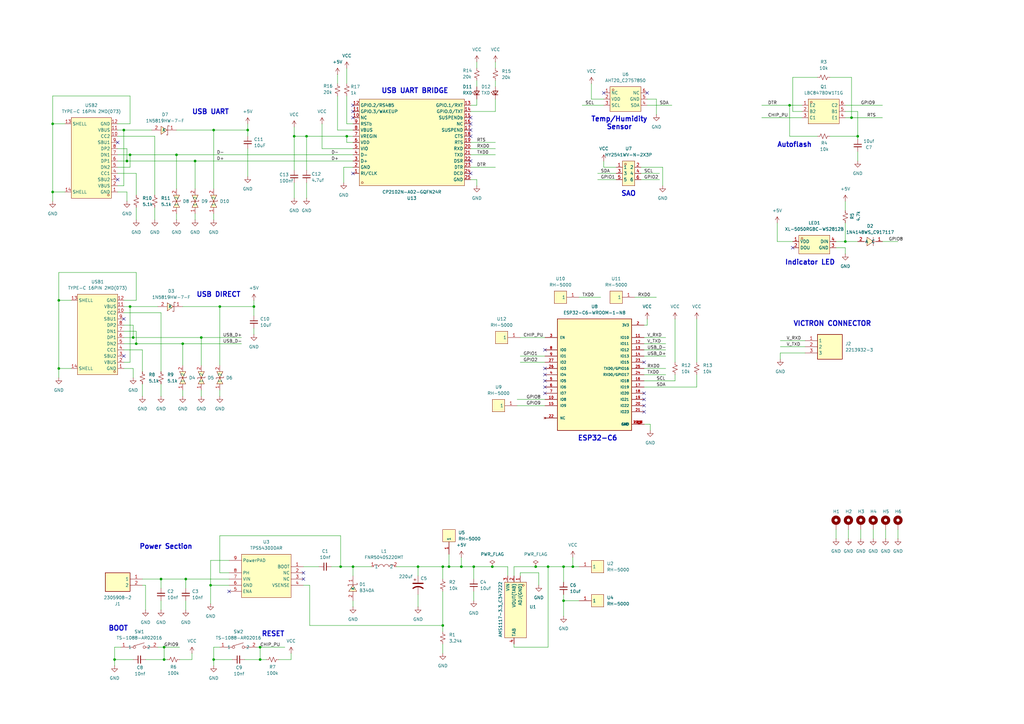
<source format=kicad_sch>
(kicad_sch (version 20231120) (generator "eeschema") (generator_version "8.0")
  (paper "A3")
  (title_block (title "Solar Data Logger") (rev "v1.1a") (company "Eric Dynowski") (comment 1 "brokebit"))
  (junction (at 90.17 125.73))
  (junction (at 87.63 53.34))
  (junction (at 224.79 232.41))
  (junction (at 201.93 232.41))
  (junction (at 349.25 48.26))
  (junction (at 66.04 237.49))
  (junction (at 53.34 63.5))
  (junction (at 46.99 270.51))
  (junction (at 171.45 232.41))
  (junction (at 55.88 140.97))
  (junction (at 54.61 138.43))
  (junction (at 21.59 50.8))
  (junction (at 184.15 232.41))
  (junction (at 323.85 43.18))
  (junction (at 351.79 55.88))
  (junction (at 24.13 123.19))
  (junction (at 80.01 66.04))
  (junction (at 120.65 55.88))
  (junction (at 24.13 151.13))
  (junction (at 231.14 232.41))
  (junction (at 52.07 66.04))
  (junction (at 231.14 246.38))
  (junction (at 142.24 55.88))
  (junction (at 72.39 63.5))
  (junction (at 21.59 78.74))
  (junction (at 50.8 53.34))
  (junction (at 87.63 270.51))
  (junction (at 346.71 99.06))
  (junction (at 106.68 270.51))
  (junction (at 101.6 53.34))
  (junction (at 67.31 270.51))
  (junction (at 86.36 240.03))
  (junction (at 125.73 55.88))
  (junction (at 234.95 232.41))
  (junction (at 82.55 138.43))
  (junction (at 139.7 232.41))
  (junction (at 104.14 125.73))
  (junction (at 53.34 125.73))
  (junction (at 189.23 232.41))
  (junction (at 106.68 265.43))
  (junction (at 76.2 237.49))
  (junction (at 194.31 232.41))
  (junction (at 181.61 256.54))
  (junction (at 181.61 232.41))
  (junction (at 67.31 265.43))
  (junction (at 74.93 140.97))
  (junction (at 219.71 232.41))
  (junction (at 144.78 232.41))
  (no_connect (at 50.8 146.05))
  (no_connect (at 223.52 156.21))
  (no_connect (at 144.78 43.18))
  (no_connect (at 193.04 53.34))
  (no_connect (at 144.78 71.12))
  (no_connect (at 93.98 242.57))
  (no_connect (at 264.16 166.37))
  (no_connect (at 223.52 151.13))
  (no_connect (at 48.26 58.42))
  (no_connect (at 264.16 168.91))
  (no_connect (at 223.52 143.51))
  (no_connect (at 247.65 38.1))
  (no_connect (at 48.26 73.66))
  (no_connect (at 193.04 71.12))
  (no_connect (at 223.52 158.75))
  (no_connect (at 223.52 153.67))
  (no_connect (at 264.16 163.83))
  (no_connect (at 124.46 234.95))
  (no_connect (at 223.52 161.29))
  (no_connect (at 144.78 48.26))
  (no_connect (at 50.8 130.81))
  (no_connect (at 144.78 45.72))
  (no_connect (at 193.04 66.04))
  (no_connect (at 265.43 38.1))
  (no_connect (at 193.04 50.8))
  (no_connect (at 124.46 237.49))
  (no_connect (at 193.04 48.26))
  (no_connect (at 193.04 55.88))
  (no_connect (at 264.16 161.29))
  (no_connect (at 264.16 148.59))
  (no_connect (at 325.12 101.6))
  (wire (pts (xy 90.17 125.73) (xy 90.17 149.86)))
  (wire (pts (xy 208.28 232.41) (xy 201.93 232.41)))
  (wire (pts (xy 193.04 60.96) (xy 203.2 60.96)))
  (wire (pts (xy 346.71 101.6) (xy 342.9 101.6)))
  (wire (pts (xy 55.88 135.89) (xy 55.88 140.97)))
  (wire (pts (xy 52.07 82.55) (xy 52.07 78.74)))
  (wire (pts (xy 144.78 50.8) (xy 142.24 50.8)))
  (wire (pts (xy 87.63 53.34) (xy 87.63 77.47)))
  (wire (pts (xy 193.04 63.5) (xy 203.2 63.5)))
  (wire (pts (xy 58.42 157.48) (xy 58.42 162.56)))
  (wire (pts (xy 55.88 111.76) (xy 24.13 111.76)))
  (wire (pts (xy 58.42 237.49) (xy 66.04 237.49)))
  (wire (pts (xy 340.36 31.75) (xy 349.25 31.75)))
  (wire (pts (xy 100.33 270.51) (xy 106.68 270.51)))
  (wire (pts (xy 90.17 234.95) (xy 90.17 219.71)))
  (wire (pts (xy 265.43 133.35) (xy 264.16 133.35)))
  (wire (pts (xy 351.79 62.23) (xy 351.79 66.04)))
  (wire (pts (xy 72.39 53.34) (xy 87.63 53.34)))
  (wire (pts (xy 50.8 123.19) (xy 55.88 123.19)))
  (wire (pts (xy 181.61 242.57) (xy 181.61 256.54)))
  (wire (pts (xy 90.17 265.43) (xy 87.63 265.43)))
  (wire (pts (xy 144.78 60.96) (xy 132.08 60.96)))
  (wire (pts (xy 320.04 144.78) (xy 320.04 147.32)))
  (wire (pts (xy 323.85 43.18) (xy 323.85 55.88)))
  (wire (pts (xy 82.55 149.86) (xy 82.55 138.43)))
  (wire (pts (xy 24.13 151.13) (xy 24.13 123.19)))
  (wire (pts (xy 262.89 71.12) (xy 270.51 71.12)))
  (wire (pts (xy 140.97 74.93) (xy 140.97 68.58)))
  (wire (pts (xy 66.04 237.49) (xy 66.04 241.3)))
  (wire (pts (xy 210.82 264.16) (xy 210.82 265.43)))
  (wire (pts (xy 101.6 50.8) (xy 101.6 53.34)))
  (wire (pts (xy 320.04 139.7) (xy 330.2 139.7)))
  (wire (pts (xy 328.93 43.18) (xy 323.85 43.18)))
  (wire (pts (xy 50.8 138.43) (xy 54.61 138.43)))
  (wire (pts (xy 125.73 55.88) (xy 125.73 69.85)))
  (wire (pts (xy 53.34 63.5) (xy 53.34 68.58)))
  (wire (pts (xy 342.9 99.06) (xy 346.71 99.06)))
  (wire (pts (xy 139.7 219.71) (xy 139.7 232.41)))
  (wire (pts (xy 53.34 50.8) (xy 53.34 39.37)))
  (wire (pts (xy 312.42 43.18) (xy 323.85 43.18)))
  (wire (pts (xy 48.26 68.58) (xy 53.34 68.58)))
  (wire (pts (xy 66.04 246.38) (xy 66.04 250.19)))
  (wire (pts (xy 342.9 217.17) (xy 342.9 220.98)))
  (wire (pts (xy 195.58 40.64) (xy 195.58 43.18)))
  (wire (pts (xy 208.28 236.22) (xy 208.28 232.41)))
  (wire (pts (xy 50.8 53.34) (xy 62.23 53.34)))
  (wire (pts (xy 48.26 60.96) (xy 52.07 60.96)))
  (wire (pts (xy 90.17 160.02) (xy 90.17 162.56)))
  (wire (pts (xy 264.16 153.67) (xy 273.05 153.67)))
  (wire (pts (xy 53.34 63.5) (xy 72.39 63.5)))
  (wire (pts (xy 224.79 265.43) (xy 224.79 232.41)))
  (wire (pts (xy 55.88 123.19) (xy 55.88 111.76)))
  (wire (pts (xy 46.99 270.51) (xy 54.61 270.51)))
  (wire (pts (xy 231.14 232.41) (xy 231.14 238.76)))
  (wire (pts (xy 285.75 158.75) (xy 264.16 158.75)))
  (wire (pts (xy 104.14 134.62) (xy 104.14 137.16)))
  (wire (pts (xy 53.34 125.73) (xy 53.34 148.59)))
  (wire (pts (xy 21.59 39.37) (xy 21.59 50.8)))
  (wire (pts (xy 74.93 140.97) (xy 55.88 140.97)))
  (wire (pts (xy 320.04 142.24) (xy 330.2 142.24)))
  (wire (pts (xy 144.78 53.34) (xy 138.43 53.34)))
  (wire (pts (xy 80.01 87.63) (xy 80.01 90.17)))
  (wire (pts (xy 119.38 270.51) (xy 114.3 270.51)))
  (wire (pts (xy 234.95 232.41) (xy 231.14 232.41)))
  (wire (pts (xy 220.98 234.95) (xy 213.36 234.95)))
  (wire (pts (xy 21.59 50.8) (xy 26.67 50.8)))
  (wire (pts (xy 138.43 53.34) (xy 138.43 39.37)))
  (wire (pts (xy 260.35 121.92) (xy 269.24 121.92)))
  (wire (pts (xy 63.5 55.88) (xy 63.5 80.01)))
  (wire (pts (xy 237.49 121.92) (xy 246.38 121.92)))
  (wire (pts (xy 87.63 270.51) (xy 87.63 273.05)))
  (wire (pts (xy 106.68 265.43) (xy 116.84 265.43)))
  (wire (pts (xy 323.85 55.88) (xy 335.28 55.88)))
  (wire (pts (xy 29.21 151.13) (xy 24.13 151.13)))
  (wire (pts (xy 195.58 33.02) (xy 195.58 35.56)))
  (wire (pts (xy 351.79 55.88) (xy 351.79 57.15)))
  (wire (pts (xy 264.16 146.05) (xy 273.05 146.05)))
  (wire (pts (xy 285.75 153.67) (xy 285.75 158.75)))
  (wire (pts (xy 247.65 40.64) (xy 242.57 40.64)))
  (wire (pts (xy 320.04 144.78) (xy 330.2 144.78)))
  (wire (pts (xy 124.46 232.41) (xy 130.81 232.41)))
  (wire (pts (xy 50.8 76.2) (xy 48.26 76.2)))
  (wire (pts (xy 53.34 39.37) (xy 21.59 39.37)))
  (wire (pts (xy 189.23 232.41) (xy 184.15 232.41)))
  (wire (pts (xy 325.12 31.75) (xy 325.12 45.72)))
  (wire (pts (xy 265.43 40.64) (xy 269.24 40.64)))
  (wire (pts (xy 119.38 267.97) (xy 119.38 270.51)))
  (wire (pts (xy 48.26 66.04) (xy 52.07 66.04)))
  (wire (pts (xy 78.74 270.51) (xy 73.66 270.51)))
  (wire (pts (xy 142.24 50.8) (xy 142.24 39.37)))
  (wire (pts (xy 262.89 73.66) (xy 270.51 73.66)))
  (wire (pts (xy 54.61 154.94) (xy 54.61 151.13)))
  (wire (pts (xy 46.99 270.51) (xy 46.99 273.05)))
  (wire (pts (xy 67.31 265.43) (xy 73.66 265.43)))
  (wire (pts (xy 195.58 25.4) (xy 195.58 27.94)))
  (wire (pts (xy 82.55 138.43) (xy 54.61 138.43)))
  (wire (pts (xy 58.42 143.51) (xy 58.42 152.4)))
  (wire (pts (xy 76.2 246.38) (xy 76.2 250.19)))
  (wire (pts (xy 210.82 232.41) (xy 210.82 236.22)))
  (wire (pts (xy 125.73 55.88) (xy 142.24 55.88)))
  (wire (pts (xy 144.78 232.41) (xy 152.4 232.41)))
  (wire (pts (xy 86.36 229.87) (xy 86.36 240.03)))
  (wire (pts (xy 349.25 48.26) (xy 361.95 48.26)))
  (wire (pts (xy 325.12 31.75) (xy 335.28 31.75)))
  (wire (pts (xy 87.63 270.51) (xy 95.25 270.51)))
  (wire (pts (xy 24.13 123.19) (xy 29.21 123.19)))
  (wire (pts (xy 269.24 40.64) (xy 269.24 46.99)))
  (wire (pts (xy 82.55 160.02) (xy 82.55 162.56)))
  (wire (pts (xy 193.04 68.58) (xy 203.2 68.58)))
  (wire (pts (xy 76.2 237.49) (xy 66.04 237.49)))
  (wire (pts (xy 210.82 265.43) (xy 224.79 265.43)))
  (wire (pts (xy 120.65 74.93) (xy 120.65 81.28)))
  (wire (pts (xy 142.24 58.42) (xy 142.24 55.88)))
  (wire (pts (xy 213.36 138.43) (xy 223.52 138.43)))
  (wire (pts (xy 194.31 232.41) (xy 194.31 237.49)))
  (wire (pts (xy 285.75 130.81) (xy 285.75 148.59)))
  (wire (pts (xy 276.86 153.67) (xy 276.86 156.21)))
  (wire (pts (xy 245.11 71.12) (xy 252.73 71.12)))
  (wire (pts (xy 212.09 163.83) (xy 223.52 163.83)))
  (wire (pts (xy 139.7 232.41) (xy 144.78 232.41)))
  (wire (pts (xy 231.14 246.38) (xy 237.49 246.38)))
  (wire (pts (xy 72.39 63.5) (xy 72.39 77.47)))
  (wire (pts (xy 194.31 242.57) (xy 194.31 246.38)))
  (wire (pts (xy 132.08 60.96) (xy 132.08 50.8)))
  (wire (pts (xy 55.88 85.09) (xy 55.88 90.17)))
  (wire (pts (xy 242.57 40.64) (xy 242.57 34.29)))
  (wire (pts (xy 213.36 234.95) (xy 213.36 236.22)))
  (wire (pts (xy 195.58 43.18) (xy 193.04 43.18)))
  (wire (pts (xy 78.74 267.97) (xy 78.74 270.51)))
  (wire (pts (xy 318.77 99.06) (xy 325.12 99.06)))
  (wire (pts (xy 189.23 228.6) (xy 189.23 232.41)))
  (wire (pts (xy 171.45 232.41) (xy 162.56 232.41)))
  (wire (pts (xy 55.88 71.12) (xy 55.88 80.01)))
  (wire (pts (xy 203.2 25.4) (xy 203.2 27.94)))
  (wire (pts (xy 318.77 91.44) (xy 318.77 99.06)))
  (wire (pts (xy 144.78 58.42) (xy 142.24 58.42)))
  (wire (pts (xy 53.34 125.73) (xy 64.77 125.73)))
  (wire (pts (xy 144.78 232.41) (xy 144.78 236.22)))
  (wire (pts (xy 46.99 265.43) (xy 46.99 270.51)))
  (wire (pts (xy 48.26 50.8) (xy 53.34 50.8)))
  (wire (pts (xy 104.14 129.54) (xy 104.14 125.73)))
  (wire (pts (xy 181.61 237.49) (xy 181.61 232.41)))
  (wire (pts (xy 312.42 48.26) (xy 328.93 48.26)))
  (wire (pts (xy 247.65 68.58) (xy 247.65 66.04)))
  (wire (pts (xy 271.78 76.2) (xy 271.78 68.58)))
  (wire (pts (xy 231.14 246.38) (xy 231.14 252.73)))
  (wire (pts (xy 67.31 270.51) (xy 68.58 270.51)))
  (wire (pts (xy 351.79 45.72) (xy 346.71 45.72)))
  (wire (pts (xy 86.36 240.03) (xy 86.36 247.65)))
  (wire (pts (xy 50.8 125.73) (xy 53.34 125.73)))
  (wire (pts (xy 82.55 138.43) (xy 99.06 138.43)))
  (wire (pts (xy 93.98 234.95) (xy 90.17 234.95)))
  (wire (pts (xy 181.61 256.54) (xy 181.61 259.08)))
  (wire (pts (xy 50.8 135.89) (xy 55.88 135.89)))
  (wire (pts (xy 349.25 48.26) (xy 346.71 48.26)))
  (wire (pts (xy 48.26 53.34) (xy 50.8 53.34)))
  (wire (pts (xy 50.8 140.97) (xy 55.88 140.97)))
  (wire (pts (xy 59.69 240.03) (xy 58.42 240.03)))
  (wire (pts (xy 231.14 243.84) (xy 231.14 246.38)))
  (wire (pts (xy 212.09 166.37) (xy 223.52 166.37)))
  (wire (pts (xy 54.61 151.13) (xy 50.8 151.13)))
  (wire (pts (xy 135.89 232.41) (xy 139.7 232.41)))
  (wire (pts (xy 138.43 30.48) (xy 138.43 34.29)))
  (wire (pts (xy 194.31 232.41) (xy 189.23 232.41)))
  (wire (pts (xy 193.04 45.72) (xy 203.2 45.72)))
  (wire (pts (xy 340.36 55.88) (xy 351.79 55.88)))
  (wire (pts (xy 264.16 143.51) (xy 273.05 143.51)))
  (wire (pts (xy 349.25 31.75) (xy 349.25 48.26)))
  (wire (pts (xy 72.39 87.63) (xy 72.39 90.17)))
  (wire (pts (xy 245.11 73.66) (xy 252.73 73.66)))
  (wire (pts (xy 276.86 156.21) (xy 264.16 156.21)))
  (wire (pts (xy 24.13 111.76) (xy 24.13 123.19)))
  (wire (pts (xy 201.93 232.41) (xy 194.31 232.41)))
  (wire (pts (xy 54.61 133.35) (xy 54.61 138.43)))
  (wire (pts (xy 184.15 227.33) (xy 184.15 232.41)))
  (wire (pts (xy 238.76 43.18) (xy 247.65 43.18)))
  (wire (pts (xy 358.14 217.17) (xy 358.14 220.98)))
  (wire (pts (xy 87.63 265.43) (xy 87.63 270.51)))
  (wire (pts (xy 184.15 232.41) (xy 181.61 232.41)))
  (wire (pts (xy 64.77 265.43) (xy 67.31 265.43)))
  (wire (pts (xy 266.7 176.53) (xy 266.7 173.99)))
  (wire (pts (xy 265.43 43.18) (xy 275.59 43.18)))
  (wire (pts (xy 203.2 33.02) (xy 203.2 35.56)))
  (wire (pts (xy 50.8 53.34) (xy 50.8 76.2)))
  (wire (pts (xy 76.2 237.49) (xy 76.2 241.3)))
  (wire (pts (xy 87.63 87.63) (xy 87.63 90.17)))
  (wire (pts (xy 266.7 173.99) (xy 264.16 173.99)))
  (wire (pts (xy 363.22 217.17) (xy 363.22 220.98)))
  (wire (pts (xy 171.45 243.84) (xy 171.45 248.92)))
  (wire (pts (xy 234.95 228.6) (xy 234.95 232.41)))
  (wire (pts (xy 80.01 77.47) (xy 80.01 66.04)))
  (wire (pts (xy 66.04 128.27) (xy 66.04 152.4)))
  (wire (pts (xy 220.98 240.03) (xy 220.98 234.95)))
  (wire (pts (xy 120.65 55.88) (xy 120.65 69.85)))
  (wire (pts (xy 53.34 148.59) (xy 50.8 148.59)))
  (wire (pts (xy 26.67 78.74) (xy 21.59 78.74)))
  (wire (pts (xy 101.6 53.34) (xy 101.6 55.88)))
  (wire (pts (xy 347.98 217.17) (xy 347.98 220.98)))
  (wire (pts (xy 346.71 82.55) (xy 346.71 86.36)))
  (wire (pts (xy 120.65 52.07) (xy 120.65 55.88)))
  (wire (pts (xy 106.68 265.43) (xy 106.68 270.51)))
  (wire (pts (xy 195.58 73.66) (xy 193.04 73.66)))
  (wire (pts (xy 63.5 85.09) (xy 63.5 90.17)))
  (wire (pts (xy 127 256.54) (xy 181.61 256.54)))
  (wire (pts (xy 181.61 232.41) (xy 171.45 232.41)))
  (wire (pts (xy 125.73 74.93) (xy 125.73 81.28)))
  (wire (pts (xy 271.78 68.58) (xy 262.89 68.58)))
  (wire (pts (xy 264.16 151.13) (xy 273.05 151.13)))
  (wire (pts (xy 276.86 130.81) (xy 276.86 148.59)))
  (wire (pts (xy 49.53 265.43) (xy 46.99 265.43)))
  (wire (pts (xy 346.71 104.14) (xy 346.71 101.6)))
  (wire (pts (xy 252.73 68.58) (xy 247.65 68.58)))
  (wire (pts (xy 104.14 123.19) (xy 104.14 125.73)))
  (wire (pts (xy 66.04 157.48) (xy 66.04 162.56)))
  (wire (pts (xy 52.07 78.74) (xy 48.26 78.74)))
  (wire (pts (xy 48.26 71.12) (xy 55.88 71.12)))
  (wire (pts (xy 144.78 246.38) (xy 144.78 248.92)))
  (wire (pts (xy 105.41 265.43) (xy 106.68 265.43)))
  (wire (pts (xy 213.36 146.05) (xy 223.52 146.05)))
  (wire (pts (xy 93.98 229.87) (xy 86.36 229.87)))
  (wire (pts (xy 74.93 149.86) (xy 74.93 140.97)))
  (wire (pts (xy 80.01 66.04) (xy 52.07 66.04)))
  (wire (pts (xy 346.71 99.06) (xy 351.79 99.06)))
  (wire (pts (xy 87.63 53.34) (xy 101.6 53.34)))
  (wire (pts (xy 265.43 130.81) (xy 265.43 133.35)))
  (wire (pts (xy 195.58 76.2) (xy 195.58 73.66)))
  (wire (pts (xy 346.71 91.44) (xy 346.71 99.06)))
  (wire (pts (xy 80.01 66.04) (xy 144.78 66.04)))
  (wire (pts (xy 219.71 232.41) (xy 210.82 232.41)))
  (wire (pts (xy 50.8 143.51) (xy 58.42 143.51)))
  (wire (pts (xy 231.14 232.41) (xy 224.79 232.41)))
  (wire (pts (xy 193.04 58.42) (xy 203.2 58.42)))
  (wire (pts (xy 127 240.03) (xy 127 256.54)))
  (wire (pts (xy 21.59 78.74) (xy 21.59 50.8)))
  (wire (pts (xy 52.07 60.96) (xy 52.07 66.04)))
  (wire (pts (xy 101.6 60.96) (xy 101.6 72.39)))
  (wire (pts (xy 21.59 78.74) (xy 21.59 82.55)))
  (wire (pts (xy 140.97 68.58) (xy 144.78 68.58)))
  (wire (pts (xy 171.45 236.22) (xy 171.45 232.41)))
  (wire (pts (xy 142.24 55.88) (xy 144.78 55.88)))
  (wire (pts (xy 213.36 148.59) (xy 223.52 148.59)))
  (wire (pts (xy 120.65 55.88) (xy 125.73 55.88)))
  (wire (pts (xy 86.36 240.03) (xy 93.98 240.03)))
  (wire (pts (xy 142.24 27.94) (xy 142.24 34.29)))
  (wire (pts (xy 74.93 140.97) (xy 99.06 140.97)))
  (wire (pts (xy 106.68 270.51) (xy 109.22 270.51)))
  (wire (pts (xy 361.95 99.06) (xy 368.3 99.06)))
  (wire (pts (xy 90.17 125.73) (xy 104.14 125.73)))
  (wire (pts (xy 59.69 270.51) (xy 67.31 270.51)))
  (wire (pts (xy 90.17 219.71) (xy 139.7 219.71)))
  (wire (pts (xy 74.93 160.02) (xy 74.93 162.56)))
  (wire (pts (xy 237.49 232.41) (xy 234.95 232.41)))
  (wire (pts (xy 203.2 40.64) (xy 203.2 45.72)))
  (wire (pts (xy 328.93 45.72) (xy 325.12 45.72)))
  (wire (pts (xy 224.79 232.41) (xy 219.71 232.41)))
  (wire (pts (xy 48.26 63.5) (xy 53.34 63.5)))
  (wire (pts (xy 59.69 250.19) (xy 59.69 240.03)))
  (wire (pts (xy 181.61 264.16) (xy 181.61 267.97)))
  (wire (pts (xy 67.31 265.43) (xy 67.31 270.51)))
  (wire (pts (xy 24.13 151.13) (xy 24.13 154.94)))
  (wire (pts (xy 264.16 140.97) (xy 273.05 140.97)))
  (wire (pts (xy 368.3 217.17) (xy 368.3 220.98)))
  (wire (pts (xy 48.26 55.88) (xy 63.5 55.88)))
  (wire (pts (xy 50.8 133.35) (xy 54.61 133.35)))
  (wire (pts (xy 50.8 128.27) (xy 66.04 128.27)))
  (wire (pts (xy 74.93 125.73) (xy 90.17 125.73)))
  (wire (pts (xy 93.98 237.49) (xy 76.2 237.49)))
  (wire (pts (xy 353.06 217.17) (xy 353.06 220.98)))
  (wire (pts (xy 346.71 43.18) (xy 361.95 43.18)))
  (wire (pts (xy 264.16 138.43) (xy 273.05 138.43)))
  (wire (pts (xy 351.79 55.88) (xy 351.79 45.72)))
  (wire (pts (xy 124.46 240.03) (xy 127 240.03)))
  (wire (pts (xy 72.39 63.5) (xy 144.78 63.5)))
  (text "Power Section" (at 68.072 224.282 0) (effects (font (size 2 2) (thickness 0.4) (bold yes))))
  (text "Indicator LED" (at 332.232 107.696 0) (effects (font (size 2 2) (thickness 0.4) (bold yes))))
  (text "USB UART BRIDGE" (at 170.18 37.338 0) (effects (font (size 2 2) (thickness 0.4) (bold yes))))
  (text "SAO" (at 257.81 79.502 0) (effects (font (size 2 2) (thickness 0.4) (bold yes))))
  (text "USB DIRECT" (at 89.662 120.904 0) (effects (font (size 2 2) (thickness 0.4) (bold yes))))
  (text "USB UART\n" (at 86.36 45.974 0) (effects (font (size 2 2) (thickness 0.4) (bold yes))))
  (text "VICTRON CONNECTOR" (at 341.376 132.842 0) (effects (font (size 2 2) (thickness 0.4) (bold yes))))
  (text "ESP32-C6" (at 245.11 179.832 0) (effects (font (size 2 2) (thickness 0.4) (bold yes))))
  (text "RESET" (at 112.014 260.096 0) (effects (font (size 2 2) (thickness 0.4) (bold yes))))
  (text "BOOT" (at 48.514 257.81 0) (effects (font (size 2 2) (thickness 0.4) (bold yes))))
  (text "Autoflash" (at 325.882 59.436 0) (effects (font (size 2 2) (thickness 0.4) (bold yes))))
  (text "Temp/Humidity\nSensor" (at 254 50.546 0) (effects (font (size 2 2) (thickness 0.4) (bold yes))))
  (label "SCL" (at 269.24 156.21 0))
  (label "GPIO9" (at 67.31 265.43 0))
  (label "SDA" (at 246.38 71.12 0))
  (label "TXD0" (at 265.43 153.67 0))
  (label "USB_D+" (at 265.43 146.05 0))
  (label "CHIP_PU" (at 314.96 48.26 0))
  (label "GPIO8" (at 364.49 99.06 0))
  (label "V_TXD" (at 322.58 142.24 0))
  (label "V_TXD" (at 265.43 140.97 0))
  (label "SCL" (at 264.16 71.12 0))
  (label "TXD0" (at 238.76 121.92 0))
  (label "RXD0" (at 265.43 151.13 0))
  (label "RXD0" (at 261.62 121.92 0))
  (label "TXD0" (at 195.58 63.5 0))
  (label "SDA" (at 270.51 43.18 0))
  (label "GPIO8" (at 215.9 163.83 0))
  (label "D+" (at 135.89 66.04 0))
  (label "RXD0" (at 195.58 60.96 0))
  (label "SCL" (at 240.03 43.18 0))
  (label "GPIO2" (at 264.16 73.66 0))
  (label "D-" (at 135.89 63.5 0))
  (label "D-" (at 88.9 63.5 0))
  (label "GPIO1" (at 214.63 146.05 0))
  (label "USB_D-" (at 91.44 140.97 0))
  (label "USB_D-" (at 265.43 143.51 0))
  (label "RTS" (at 195.58 58.42 0))
  (label "GPIO9" (at 215.9 166.37 0))
  (label "RTS" (at 355.6 48.26 0))
  (label "USB_D+" (at 91.44 138.43 0))
  (label "CHIP_PU" (at 214.63 138.43 0))
  (label "V_RXD" (at 265.43 138.43 0))
  (label "DTR" (at 314.96 43.18 0))
  (label "D+" (at 88.9 66.04 0))
  (label "GPIO2" (at 214.63 148.59 0))
  (label "SDA" (at 269.24 158.75 0))
  (label "GPIO1" (at 246.38 73.66 0))
  (label "V_RXD" (at 322.58 139.7 0))
  (label "GPIO9" (at 353.06 43.18 0))
  (label "DTR" (at 195.58 68.58 0))
  (label "CHIP_PU" (at 106.68 265.43 0))
  (symbol (lib_id "C969151-CP2102N:CP2102N-A02-GQFN24R") (at 168.91 58.42 0) (mirror x) (unit 1)
    (property "Reference" "U13" (at 168.91 81.28 0))
    (property "Value" "CP2102N-A02-GQFN24R" (at 168.91 78.74 0))
    (property "Footprint" "C969151-CP2102N:QFN-24_L4.0-W4.0-P0.50-TL-EP2.6" (effects (hide yes)))
    (property "LCSC Part" "C969151" (effects (hide yes)))
  )
  (symbol (lib_id "power:GND") (at 87.63 273.05 0) (unit 1)
    (property "Reference" "#PWR024" (effects (hide yes)))
    (property "Value" "GND" (at 87.63 278.13 0))
    (property "Description" "Power symbol creates a global label with name \"GND\" , ground" (effects (hide yes)))
  )
  (symbol (lib_id "Device:LED_Small") (at 203.2 38.1 90) (unit 1)
    (property "Reference" "D12" (at 197.358 35.56 90) (effects (justify right)))
    (property "Value" "TXD" (at 197.358 38.1 90) (effects (justify right)))
    (property "Footprint" "LED_SMD:LED_0603_1608Metric" (effects (hide yes)))
    (property "Description" "Light emitting diode, small symbol" (effects (hide yes)))
  )
  (symbol (lib_id "C5277086-TestPoint:RH-5000") (at 184.15 222.25 270) (unit 1)
    (property "Reference" "U5" (at 187.96 218.4399 90) (effects (justify left)))
    (property "Value" "RH-5000" (at 187.96 220.9799 90) (effects (justify left)))
    (property "Footprint" "C5277086-TestPoint:TEST-TH_BD2.54-P1.4_RED" (effects (hide yes)))
    (property "LCSC Part" "C5277086" (effects (hide yes)))
  )
  (symbol (lib_id "power:GND") (at 104.14 137.16 0) (unit 1)
    (property "Reference" "#PWR033" (effects (hide yes)))
    (property "Value" "GND" (at 104.14 142.24 0))
    (property "Description" "Power symbol creates a global label with name \"GND\" , ground" (effects (hide yes)))
  )
  (symbol (lib_id "power:GND") (at 194.31 246.38 0) (unit 1)
    (property "Reference" "#PWR08" (effects (hide yes)))
    (property "Value" "GND" (at 194.31 251.46 0))
    (property "Description" "Power symbol creates a global label with name \"GND\" , ground" (effects (hide yes)))
  )
  (symbol (lib_id "Device:R_Small_US") (at 111.76 270.51 90) (unit 1)
    (property "Reference" "R7" (at 111.76 273.558 90))
    (property "Value" "100k" (at 111.76 276.098 90))
    (property "Footprint" "Resistor_SMD:R_0603_1608Metric" (effects (hide yes)))
    (property "Description" "Resistor, small US symbol" (effects (hide yes)))
  )
  (symbol (lib_id "power:GND") (at 21.59 82.55 0) (unit 1)
    (property "Reference" "#PWR036" (effects (hide yes)))
    (property "Value" "GND" (at 21.59 87.63 0))
    (property "Description" "Power symbol creates a global label with name \"GND\" , ground" (effects (hide yes)))
  )
  (symbol (lib_id "Device:R_Small_US") (at 276.86 151.13 180) (unit 1)
    (property "Reference" "R12" (at 279.4 149.8599 0) (effects (justify right)))
    (property "Value" "10k" (at 279.4 152.3999 0) (effects (justify right)))
    (property "Footprint" "Resistor_SMD:R_0603_1608Metric" (effects (hide yes)))
    (property "Description" "Resistor, small US symbol" (effects (hide yes)))
  )
  (symbol (lib_id "power:GND") (at 59.69 250.19 0) (unit 1)
    (property "Reference" "#PWR04" (effects (hide yes)))
    (property "Value" "GND" (at 59.69 255.27 0))
    (property "Description" "Power symbol creates a global label with name \"GND\" , ground" (effects (hide yes)))
  )
  (symbol (lib_id "power:GND") (at 101.6 72.39 0) (unit 1)
    (property "Reference" "#PWR035" (effects (hide yes)))
    (property "Value" "GND" (at 101.6 77.47 0))
    (property "Description" "Power symbol creates a global label with name \"GND\" , ground" (effects (hide yes)))
  )
  (symbol (lib_id "power:GND") (at 87.63 90.17 0) (unit 1)
    (property "Reference" "#PWR042" (effects (hide yes)))
    (property "Value" "GND" (at 87.63 95.25 0))
    (property "Description" "Power symbol creates a global label with name \"GND\" , ground" (effects (hide yes)))
  )
  (symbol (lib_id "C82544-1N5819HW:1N5819HW-7-F") (at 67.31 53.34 180) (unit 1)
    (property "Reference" "D7" (at 67.69 46.99 0))
    (property "Value" "1N5819HW-7-F" (at 67.69 49.53 0))
    (property "Footprint" "C82544-1N5819HW:SOD-123_L2.7-W1.6-LS3.7-RD" (effects (hide yes)))
    (property "Datasheet" "https://lcsc.com/product-detail/Schottky-Barrier-Diodes-SBD_DIODES_1N5819HW-7-F_1N5819HW-7-F_C82544.html" (effects (hide yes)))
    (property "LCSC Part" "C82544" (effects (hide yes)))
  )
  (symbol (lib_id "Device:C_Small") (at 194.31 240.03 180) (unit 1)
    (property "Reference" "C4" (at 196.85 238.7535 0) (effects (justify right)))
    (property "Value" "10uf" (at 196.85 241.2935 0) (effects (justify right)))
    (property "Footprint" "Capacitor_SMD:C_0603_1608Metric" (effects (hide yes)))
    (property "Description" "Unpolarized capacitor, small symbol" (effects (hide yes)))
  )
  (symbol (lib_id "C5277086-TestPoint:RH-5000") (at 207.01 166.37 0) (unit 1)
    (property "Reference" "U9" (at 204.47 158.75 0))
    (property "Value" "RH-5000" (at 204.47 161.29 0))
    (property "Footprint" "C5277086-TestPoint:TEST-TH_BD2.54-P1.4_RED" (effects (hide yes)))
    (property "LCSC Part" "C5277086" (effects (hide yes)))
  )
  (symbol (lib_id "Device:C_Small") (at 66.04 243.84 180) (unit 1)
    (property "Reference" "C2" (at 68.58 242.5635 0) (effects (justify right)))
    (property "Value" "10nf" (at 68.58 245.1035 0) (effects (justify right)))
    (property "Footprint" "Capacitor_SMD:C_0603_1608Metric" (effects (hide yes)))
    (property "Description" "Unpolarized capacitor, small symbol" (effects (hide yes)))
  )
  (symbol (lib_id "power:+5V") (at 346.71 82.55 0) (unit 1)
    (property "Reference" "#PWR016" (effects (hide yes)))
    (property "Value" "+5V" (at 346.71 77.47 0))
    (property "Description" "Power symbol creates a global label with name \"+5V\"" (effects (hide yes)))
  )
  (symbol (lib_id "C720477-Button:TS-1088-AR02016") (at 57.15 265.43 0) (unit 1)
    (property "Reference" "SW1" (at 57.15 259.08 0))
    (property "Value" "TS-1088-AR02016" (at 57.15 261.62 0))
    (property "Footprint" "C720477-Button:SW-SMD_L3.9-W3.0-P4.45" (effects (hide yes)))
    (property "Datasheet" "https://lcsc.com/product-detail/Tactile-Switches_XUNPU-TS-1088-AR02016_C720477.html" (effects (hide yes)))
    (property "LCSC Part" "C720477" (effects (hide yes)))
  )
  (symbol (lib_id "power:GND") (at 320.04 147.32 0) (unit 1)
    (property "Reference" "#PWR063" (effects (hide yes)))
    (property "Value" "GND" (at 320.04 152.4 0))
    (property "Description" "Power symbol creates a global label with name \"GND\" , ground" (effects (hide yes)))
  )
  (symbol (lib_id "Device:R_Small_US") (at 63.5 82.55 0) (unit 1)
    (property "Reference" "R11" (at 66.04 81.2799 0) (effects (justify left)))
    (property "Value" "5.1k" (at 66.04 83.8199 0) (effects (justify left)))
    (property "Footprint" "Resistor_SMD:R_0603_1608Metric" (effects (hide yes)))
    (property "Description" "Resistor, small US symbol" (effects (hide yes)))
  )
  (symbol (lib_id "power:GND") (at 347.98 220.98 0) (unit 1)
    (property "Reference" "#PWR056" (effects (hide yes)))
    (property "Value" "GND" (at 347.98 226.06 0))
    (property "Description" "Power symbol creates a global label with name \"GND\" , ground" (effects (hide yes)))
  )
  (symbol (lib_id "power:+5V") (at 189.23 228.6 0) (unit 1)
    (property "Reference" "#PWR011" (effects (hide yes)))
    (property "Value" "+5V" (at 189.23 223.52 0))
    (property "Description" "Power symbol creates a global label with name \"+5V\"" (effects (hide yes)))
  )
  (symbol (lib_id "power:VCC") (at 265.43 130.81 0) (unit 1)
    (property "Reference" "#PWR044" (effects (hide yes)))
    (property "Value" "VCC" (at 265.43 125.73 0))
    (property "Description" "Power symbol creates a global label with name \"VCC\"" (effects (hide yes)))
  )
  (symbol (lib_id "Device:C_Small") (at 120.65 72.39 0) (unit 1)
    (property "Reference" "C13" (at 114.554 71.628 0) (effects (justify left)))
    (property "Value" "100nf" (at 114.554 74.168 0) (effects (justify left)))
    (property "Footprint" "Capacitor_SMD:C_0603_1608Metric" (effects (hide yes)))
    (property "Description" "Unpolarized capacitor, small symbol" (effects (hide yes)))
  )
  (symbol (lib_id "power:GND") (at 220.98 240.03 0) (unit 1)
    (property "Reference" "#PWR09" (effects (hide yes)))
    (property "Value" "GND" (at 220.98 245.11 0))
    (property "Description" "Power symbol creates a global label with name \"GND\" , ground" (effects (hide yes)))
  )
  (symbol (lib_id "power:VCC") (at 242.57 34.29 0) (unit 1)
    (property "Reference" "#PWR018" (effects (hide yes)))
    (property "Value" "VCC" (at 242.57 29.21 0))
    (property "Description" "Power symbol creates a global label with name \"VCC\"" (effects (hide yes)))
  )
  (symbol (lib_id "Device:C_Small") (at 76.2 243.84 180) (unit 1)
    (property "Reference" "C3" (at 78.74 242.5635 0) (effects (justify right)))
    (property "Value" "10nf" (at 78.74 245.1035 0) (effects (justify right)))
    (property "Footprint" "Capacitor_SMD:C_0603_1608Metric" (effects (hide yes)))
    (property "Description" "Unpolarized capacitor, small symbol" (effects (hide yes)))
  )
  (symbol (lib_id "power:VCC") (at 142.24 27.94 0) (unit 1)
    (property "Reference" "#PWR061" (effects (hide yes)))
    (property "Value" "VCC" (at 142.24 22.86 0))
    (property "Description" "Power symbol creates a global label with name \"VCC\"" (effects (hide yes)))
  )
  (symbol (lib_id "power:GND") (at 353.06 220.98 0) (unit 1)
    (property "Reference" "#PWR057" (effects (hide yes)))
    (property "Value" "GND" (at 353.06 226.06 0))
    (property "Description" "Power symbol creates a global label with name \"GND\" , ground" (effects (hide yes)))
  )
  (symbol (lib_id "power:GND") (at 90.17 162.56 0) (unit 1)
    (property "Reference" "#PWR032" (effects (hide yes)))
    (property "Value" "GND" (at 90.17 167.64 0))
    (property "Description" "Power symbol creates a global label with name \"GND\" , ground" (effects (hide yes)))
  )
  (symbol (lib_id "power:GND") (at 80.01 90.17 0) (unit 1)
    (property "Reference" "#PWR041" (effects (hide yes)))
    (property "Value" "GND" (at 80.01 95.25 0))
    (property "Description" "Power symbol creates a global label with name \"GND\" , ground" (effects (hide yes)))
  )
  (symbol (lib_id "Device:R_Small_US") (at 181.61 240.03 0) (unit 1)
    (property "Reference" "R2" (at 184.15 238.7599 0) (effects (justify left)))
    (property "Value" "10k" (at 184.15 241.2999 0) (effects (justify left)))
    (property "Footprint" "Resistor_SMD:R_0603_1608Metric" (effects (hide yes)))
    (property "Description" "Resistor, small US symbol" (effects (hide yes)))
  )
  (symbol (lib_id "power:VCC") (at 276.86 130.81 0) (unit 1)
    (property "Reference" "#PWR045" (effects (hide yes)))
    (property "Value" "VCC" (at 276.86 125.73 0))
    (property "Description" "Power symbol creates a global label with name \"VCC\"" (effects (hide yes)))
  )
  (symbol (lib_id "power:VCC") (at 119.38 267.97 0) (unit 1)
    (property "Reference" "#PWR023" (effects (hide yes)))
    (property "Value" "VCC" (at 119.38 262.89 0))
    (property "Description" "Power symbol creates a global label with name \"VCC\"" (effects (hide yes)))
  )
  (symbol (lib_id "power:GND") (at 120.65 81.28 0) (unit 1)
    (property "Reference" "#PWR053" (effects (hide yes)))
    (property "Value" "GND" (at 120.65 86.36 0))
    (property "Description" "Power symbol creates a global label with name \"GND\" , ground" (effects (hide yes)))
  )
  (symbol (lib_id "power:GND") (at 66.04 250.19 0) (unit 1)
    (property "Reference" "#PWR03" (effects (hide yes)))
    (property "Value" "GND" (at 66.04 255.27 0))
    (property "Description" "Power symbol creates a global label with name \"GND\" , ground" (effects (hide yes)))
  )
  (symbol (lib_id "power:+5V") (at 318.77 91.44 0) (unit 1)
    (property "Reference" "#PWR015" (effects (hide yes)))
    (property "Value" "+5V" (at 318.77 86.36 0))
    (property "Description" "Power symbol creates a global label with name \"+5V\"" (effects (hide yes)))
  )
  (symbol (lib_id "power:GND") (at 74.93 162.56 0) (unit 1)
    (property "Reference" "#PWR030" (effects (hide yes)))
    (property "Value" "GND" (at 74.93 167.64 0))
    (property "Description" "Power symbol creates a global label with name \"GND\" , ground" (effects (hide yes)))
  )
  (symbol (lib_id "Device:R_Small_US") (at 66.04 154.94 0) (unit 1)
    (property "Reference" "R9" (at 68.58 153.6699 0) (effects (justify left)))
    (property "Value" "5.1k" (at 68.58 156.2099 0) (effects (justify left)))
    (property "Footprint" "Resistor_SMD:R_0603_1608Metric" (effects (hide yes)))
    (property "Description" "Resistor, small US symbol" (effects (hide yes)))
  )
  (symbol (lib_id "power:GND") (at 271.78 76.2 0) (unit 1)
    (property "Reference" "#PWR020" (effects (hide yes)))
    (property "Value" "GND" (at 271.78 81.28 0))
    (property "Description" "Power symbol creates a global label with name \"GND\" , ground" (effects (hide yes)))
  )
  (symbol (lib_id "power:GND") (at 82.55 162.56 0) (unit 1)
    (property "Reference" "#PWR031" (effects (hide yes)))
    (property "Value" "GND" (at 82.55 167.64 0))
    (property "Description" "Power symbol creates a global label with name \"GND\" , ground" (effects (hide yes)))
  )
  (symbol (lib_id "power:GND") (at 55.88 90.17 0) (unit 1)
    (property "Reference" "#PWR038" (effects (hide yes)))
    (property "Value" "GND" (at 55.88 95.25 0))
    (property "Description" "Power symbol creates a global label with name \"GND\" , ground" (effects (hide yes)))
  )
  (symbol (lib_id "Device:C_Small") (at 57.15 270.51 90) (unit 1)
    (property "Reference" "C8" (at 57.404 273.812 90))
    (property "Value" "10nf" (at 57.404 276.352 90))
    (property "Footprint" "Capacitor_SMD:C_0603_1608Metric" (effects (hide yes)))
    (property "Description" "Unpolarized capacitor, small symbol" (effects (hide yes)))
  )
  (symbol (lib_id "power:VCC") (at 247.65 66.04 0) (unit 1)
    (property "Reference" "#PWR019" (effects (hide yes)))
    (property "Value" "VCC" (at 247.65 60.96 0))
    (property "Description" "Power symbol creates a global label with name \"VCC\"" (effects (hide yes)))
  )
  (symbol (lib_id "C383211-LESD5D5:LESD5D5.0CT1G") (at 72.39 82.55 90) (unit 1)
    (property "Reference" "D8" (at 74.93 82.5499 90) (effects (justify right)))
    (property "Value" "LESD5D5.0CT1G" (effects (hide yes)))
    (property "Footprint" "C383211-LESD5D5:SOD-523_L1.2-W0.8-LS1.6-BI" (effects (hide yes)))
    (property "Datasheet" "https://lcsc.com/product-detail/New-Arrivals_Leshan-Radio-LESD5D5-0CT1G_C383211.html" (effects (hide yes)))
    (property "LCSC Part" "C383211" (effects (hide yes)))
  )
  (symbol (lib_id "power:+5V") (at 101.6 50.8 0) (unit 1)
    (property "Reference" "#PWR034" (effects (hide yes)))
    (property "Value" "+5V" (at 101.6 45.72 0))
    (property "Description" "Power symbol creates a global label with name \"+5V\"" (effects (hide yes)))
  )
  (symbol (lib_id "power:VCC") (at 78.74 267.97 0) (unit 1)
    (property "Reference" "#PWR022" (effects (hide yes)))
    (property "Value" "VCC" (at 78.74 262.89 0))
    (property "Description" "Power symbol creates a global label with name \"VCC\"" (effects (hide yes)))
  )
  (symbol (lib_id "C2757850-AHT20-Temp:AHT20_C2757850") (at 256.54 40.64 0) (unit 1)
    (property "Reference" "U6" (at 256.54 30.48 0))
    (property "Value" "AHT20_C2757850" (at 256.54 33.02 0))
    (property "Footprint" "C2757850-AHT20-Temp:SENSOR-SMD_L3.0-W3.0-P1.00-BR" (effects (hide yes)))
    (property "LCSC Part" "C2757850" (effects (hide yes)))
  )
  (symbol (lib_id "Device:R_Small_US") (at 346.71 88.9 0) (unit 1)
    (property "Reference" "R5" (at 349.504 88.646 90))
    (property "Value" "4.7k" (at 352.044 88.646 90))
    (property "Footprint" "Resistor_SMD:R_0603_1608Metric" (effects (hide yes)))
    (property "Description" "Resistor, small US symbol" (effects (hide yes)))
  )
  (symbol (lib_id "C383211-LESD5D5:LESD5D5.0CT1G") (at 90.17 154.94 90) (unit 1)
    (property "Reference" "D6" (at 92.71 154.9399 90) (effects (justify right)))
    (property "Value" "LESD5D5.0CT1G" (effects (hide yes)))
    (property "Footprint" "C383211-LESD5D5:SOD-523_L1.2-W0.8-LS1.6-BI" (effects (hide yes)))
    (property "Datasheet" "https://lcsc.com/product-detail/New-Arrivals_Leshan-Radio-LESD5D5-0CT1G_C383211.html" (effects (hide yes)))
    (property "LCSC Part" "C383211" (effects (hide yes)))
  )
  (symbol (lib_id "2305908-2:2305908-2") (at 58.42 237.49 0) (mirror y) (unit 1)
    (property "Reference" "J1" (at 48.26 247.65 0))
    (property "Value" "2305908-2" (at 48.26 245.11 0))
    (property "Footprint" "2305908-2:23059082" (effects (hide yes)))
    (property "Datasheet" "https://www.te.com/commerce/DocumentDelivery/DDEController?Action=srchrtrv&DocNm=1-1773930-3_BuchananWM_Brochure&DocType=Data%20Sheet&DocLang=Chinese (Simplified)&PartCntxt=2305908-2&DocFormat=pdf" (effects (hide yes)))
    (property "Description" "Body Features: Primary Product Color Black | Product Orientation Right Angle | Configuration Features: Stacking Configuration Side Stackable | Number of Positions 2 | Number of Rows 1 | Contact Features: Contact Base Material Copper Alloy | Contact Current Rating (Max) 15 AMP | Contact Mating Area Plating Material Tin | Electrical Characteristics: Operating Voltage 300 VAC | Housing Features: Centerline (Pitch) .197 INCH | Housing Material Thermoplastic | Centerline (Pitch) 5 MM | Mechanical Attachment: Con" (effects (hide yes)))
    (property "Height" "9" (effects (hide yes)))
    (property "Mouser Part Number" "571-2305908-2" (effects (hide yes)))
    (property "Mouser Price/Stock" "https://www.mouser.co.uk/ProductDetail/TE-Connectivity-Buchanan/2305908-2?qs=BZBei1rCqCB0kX75zk6ERQ%3D%3D" (effects (hide yes)))
    (property "Manufacturer_Name" "TE Connectivity" (effects (hide yes)))
    (property "Manufacturer_Part_Number" "2305908-2" (effects (hide yes)))
  )
  (symbol (lib_id "Mechanical:MountingHole_Pad") (at 363.22 214.63 0) (unit 1) (exclude_from_sim yes) (in_bom no)
    (property "Reference" "H5" (at 361.95 209.804 0) (effects (justify left)))
    (property "Value" "MountingHole_Pad" (effects (hide yes)))
    (property "Footprint" "MountingHole:MountingHole_3.5mm_Pad_TopBottom" (effects (hide yes)))
    (property "Description" "Mounting Hole with connection" (effects (hide yes)))
  )
  (symbol (lib_id "power:VCC") (at 234.95 228.6 0) (unit 1)
    (property "Reference" "#PWR012" (effects (hide yes)))
    (property "Value" "VCC" (at 234.95 223.52 0))
    (property "Description" "Power symbol creates a global label with name \"VCC\"" (effects (hide yes)))
  )
  (symbol (lib_id "Mechanical:MountingHole_Pad") (at 353.06 214.63 0) (unit 1) (exclude_from_sim yes) (in_bom no)
    (property "Reference" "H3" (at 351.79 209.804 0) (effects (justify left)))
    (property "Value" "MountingHole_Pad" (effects (hide yes)))
    (property "Footprint" "MountingHole:MountingHole_3.5mm_Pad_TopBottom" (effects (hide yes)))
    (property "Description" "Mounting Hole with connection" (effects (hide yes)))
  )
  (symbol (lib_id "Mechanical:MountingHole_Pad") (at 368.3 214.63 0) (unit 1) (exclude_from_sim yes) (in_bom no)
    (property "Reference" "H6" (at 367.03 209.804 0) (effects (justify left)))
    (property "Value" "MountingHole_Pad" (effects (hide yes)))
    (property "Footprint" "MountingHole:MountingHole_3.5mm_Pad_TopBottom" (effects (hide yes)))
    (property "Description" "Mounting Hole with connection" (effects (hide yes)))
  )
  (symbol (lib_id "Device:C_Small") (at 133.35 232.41 90) (unit 1)
    (property "Reference" "C1" (at 133.3563 226.06 90))
    (property "Value" "10nf" (at 133.3563 228.6 90))
    (property "Footprint" "Capacitor_SMD:C_0603_1608Metric" (effects (hide yes)))
    (property "Description" "Unpolarized capacitor, small symbol" (effects (hide yes)))
  )
  (symbol (lib_id "C383211-LESD5D5:LESD5D5.0CT1G") (at 80.01 82.55 90) (unit 1)
    (property "Reference" "D9" (at 82.55 82.5499 90) (effects (justify right)))
    (property "Value" "LESD5D5.0CT1G" (effects (hide yes)))
    (property "Footprint" "C383211-LESD5D5:SOD-523_L1.2-W0.8-LS1.6-BI" (effects (hide yes)))
    (property "Datasheet" "https://lcsc.com/product-detail/New-Arrivals_Leshan-Radio-LESD5D5-0CT1G_C383211.html" (effects (hide yes)))
    (property "LCSC Part" "C383211" (effects (hide yes)))
  )
  (symbol (lib_id "power:GND") (at 66.04 162.56 0) (unit 1)
    (property "Reference" "#PWR029" (effects (hide yes)))
    (property "Value" "GND" (at 66.04 167.64 0))
    (property "Description" "Power symbol creates a global label with name \"GND\" , ground" (effects (hide yes)))
  )
  (symbol (lib_id "power:GND") (at 46.99 273.05 0) (unit 1)
    (property "Reference" "#PWR021" (effects (hide yes)))
    (property "Value" "GND" (at 46.99 278.13 0))
    (property "Description" "Power symbol creates a global label with name \"GND\" , ground" (effects (hide yes)))
  )
  (symbol (lib_id "power:GND") (at 351.79 66.04 0) (unit 1)
    (property "Reference" "#PWR013" (effects (hide yes)))
    (property "Value" "GND" (at 351.79 71.12 0))
    (property "Description" "Power symbol creates a global label with name \"GND\" , ground" (effects (hide yes)))
  )
  (symbol (lib_id "ESP32-C6-WROOM-1-N8:ESP32-C6-WROOM-1-N8") (at 243.84 153.67 0) (unit 1)
    (property "Reference" "U8" (at 243.84 125.73 0))
    (property "Value" "ESP32-C6-WROOM-1-N8" (at 243.84 128.27 0))
    (property "Footprint" "ESP32-C6-WROOM-1:XCVR_ESP32-C6-WROOM-1-N8" (effects (hide yes)))
    (property "MF" "Espressif Systems" (effects (hide yes)))
    (property "MAXIMUM_PACKAGE_HEIGHT" "3.25mm" (effects (hide yes)))
    (property "Package" "None" (effects (hide yes)))
    (property "Price" "None" (effects (hide yes)))
    (property "Check_prices" "https://www.snapeda.com/parts/ESP32-C6-WROOM-1-N8/Espressif+Systems/view-part/?ref=eda" (effects (hide yes)))
    (property "STANDARD" "Manufacturer Recommendations" (effects (hide yes)))
    (property "PARTREV" "1.0" (effects (hide yes)))
    (property "SnapEDA_Link" "https://www.snapeda.com/parts/ESP32-C6-WROOM-1-N8/Espressif+Systems/view-part/?ref=snap" (effects (hide yes)))
    (property "MP" "ESP32-C6-WROOM-1-N8" (effects (hide yes)))
    (property "Description_1" "\n                        \n                            Multiprotocol Modules ESP32-C6 module, Wi-Fi 6 in 2.4 GHz band, Bluetooth 5, Zigbee 3.0 and Thread. ESP34-WROOM Compatible - ENGINEERING SAMPLE\n                        \n" (effects (hide yes)))
    (property "Availability" "In Stock" (effects (hide yes)))
    (property "MANUFACTURER" "Espressif Systems" (effects (hide yes)))
  )
  (symbol (lib_id "Device:C_Small") (at 351.79 59.69 0) (unit 1)
    (property "Reference" "C7" (at 356.362 60.452 0))
    (property "Value" "10uf" (at 356.362 57.912 0))
    (property "Footprint" "Capacitor_SMD:C_0603_1608Metric" (effects (hide yes)))
    (property "Description" "Unpolarized capacitor, small symbol" (effects (hide yes)))
  )
  (symbol (lib_id "C17179450-2x3-IDC-Header:HY2541WV-N-2X3P") (at 257.81 71.12 0) (unit 1)
    (property "Reference" "U7" (at 257.81 60.96 0))
    (property "Value" "HY2541WV-N-2X3P" (at 257.81 63.5 0))
    (property "Footprint" "Connector_IDC:IDC-Header_2x03_P2.54mm_Vertical_SMD" (effects (hide yes)))
    (property "LCSC Part" "C17179450" (effects (hide yes)))
  )
  (symbol (lib_id "Device:R_Small_US") (at 181.61 261.62 0) (unit 1)
    (property "Reference" "R1" (at 184.15 260.3499 0) (effects (justify left)))
    (property "Value" "3.24k" (at 184.15 262.8899 0) (effects (justify left)))
    (property "Footprint" "Resistor_SMD:R_0603_1608Metric" (effects (hide yes)))
    (property "Description" "Resistor, small US symbol" (effects (hide yes)))
  )
  (symbol (lib_id "C82544-1N5819HW:1N5819HW-7-F") (at 69.85 125.73 180) (unit 1)
    (property "Reference" "D3" (at 70.23 119.38 0))
    (property "Value" "1N5819HW-7-F" (at 70.23 121.92 0))
    (property "Footprint" "C82544-1N5819HW:SOD-123_L2.7-W1.6-LS3.7-RD" (effects (hide yes)))
    (property "Datasheet" "https://lcsc.com/product-detail/Schottky-Barrier-Diodes-SBD_DIODES_1N5819HW-7-F_1N5819HW-7-F_C82544.html" (effects (hide yes)))
    (property "LCSC Part" "C82544" (effects (hide yes)))
  )
  (symbol (lib_id "power:GND") (at 76.2 250.19 0) (unit 1)
    (property "Reference" "#PWR02" (effects (hide yes)))
    (property "Value" "GND" (at 76.2 255.27 0))
    (property "Description" "Power symbol creates a global label with name \"GND\" , ground" (effects (hide yes)))
  )
  (symbol (lib_id "Mechanical:MountingHole_Pad") (at 358.14 214.63 0) (unit 1) (exclude_from_sim yes) (in_bom no)
    (property "Reference" "H4" (at 356.87 209.804 0) (effects (justify left)))
    (property "Value" "MountingHole_Pad" (effects (hide yes)))
    (property "Footprint" "MountingHole:MountingHole_3.5mm_Pad_TopBottom" (effects (hide yes)))
    (property "Description" "Mounting Hole with connection" (effects (hide yes)))
  )
  (symbol (lib_id "C5277086-TestPoint:RH-5000") (at 242.57 246.38 180) (unit 1)
    (property "Reference" "U4" (at 248.92 245.1099 0) (effects (justify right)))
    (property "Value" "RH-5000" (at 248.92 247.6499 0) (effects (justify right)))
    (property "Footprint" "C5277086-TestPoint:TEST-TH_BD2.54-P1.4_RED" (effects (hide yes)))
    (property "LCSC Part" "C5277086" (effects (hide yes)))
  )
  (symbol (lib_id "power:PWR_FLAG") (at 219.71 232.41 0) (unit 1)
    (property "Reference" "#FLG01" (effects (hide yes)))
    (property "Value" "PWR_FLAG" (at 219.71 227.33 0))
    (property "Description" "Special symbol for telling ERC where power comes from" (effects (hide yes)))
  )
  (symbol (lib_id "Device:LED_Small") (at 195.58 38.1 90) (unit 1)
    (property "Reference" "D11" (at 189.738 35.56 90) (effects (justify right)))
    (property "Value" "RXD" (at 189.738 38.1 90) (effects (justify right)))
    (property "Footprint" "LED_SMD:LED_0603_1608Metric" (effects (hide yes)))
    (property "Description" "Light emitting diode, small symbol" (effects (hide yes)))
  )
  (symbol (lib_id "power:VCC") (at 132.08 50.8 0) (unit 1)
    (property "Reference" "#PWR060" (effects (hide yes)))
    (property "Value" "VCC" (at 132.08 45.72 0))
    (property "Description" "Power symbol creates a global label with name \"VCC\"" (effects (hide yes)))
  )
  (symbol (lib_id "Device:C_Small") (at 125.73 72.39 0) (unit 1)
    (property "Reference" "C12" (at 127.762 71.374 0) (effects (justify left)))
    (property "Value" "4.7uf" (at 127.762 73.914 0) (effects (justify left)))
    (property "Footprint" "Capacitor_SMD:C_0603_1608Metric" (effects (hide yes)))
    (property "Description" "Unpolarized capacitor, small symbol" (effects (hide yes)))
  )
  (symbol (lib_id "Device:C_Small") (at 97.79 270.51 90) (unit 1)
    (property "Reference" "C9" (at 98.044 273.812 90))
    (property "Value" "10nf" (at 98.044 276.352 90))
    (property "Footprint" "Capacitor_SMD:C_0603_1608Metric" (effects (hide yes)))
    (property "Description" "Unpolarized capacitor, small symbol" (effects (hide yes)))
  )
  (symbol (lib_id "power:GND") (at 181.61 267.97 0) (unit 1)
    (property "Reference" "#PWR07" (effects (hide yes)))
    (property "Value" "GND" (at 181.61 273.05 0))
    (property "Description" "Power symbol creates a global label with name \"GND\" , ground" (effects (hide yes)))
  )
  (symbol (lib_id "power:GND") (at 24.13 154.94 0) (unit 1)
    (property "Reference" "#PWR025" (effects (hide yes)))
    (property "Value" "GND" (at 24.13 160.02 0))
    (property "Description" "Power symbol creates a global label with name \"GND\" , ground" (effects (hide yes)))
  )
  (symbol (lib_id "power:GND") (at 125.73 81.28 0) (unit 1)
    (property "Reference" "#PWR054" (effects (hide yes)))
    (property "Value" "GND" (at 125.73 86.36 0))
    (property "Description" "Power symbol creates a global label with name \"GND\" , ground" (effects (hide yes)))
  )
  (symbol (lib_id "power:PWR_FLAG") (at 201.93 232.41 0) (unit 1)
    (property "Reference" "#FLG02" (effects (hide yes)))
    (property "Value" "PWR_FLAG" (at 201.93 227.33 0))
    (property "Description" "Special symbol for telling ERC where power comes from" (effects (hide yes)))
  )
  (symbol (lib_id "power:GND") (at 144.78 248.92 0) (unit 1)
    (property "Reference" "#PWR05" (effects (hide yes)))
    (property "Value" "GND" (at 144.78 254 0))
    (property "Description" "Power symbol creates a global label with name \"GND\" , ground" (effects (hide yes)))
  )
  (symbol (lib_id "Device:C_Small") (at 231.14 241.3 180) (unit 1)
    (property "Reference" "C6" (at 233.68 240.0235 0) (effects (justify right)))
    (property "Value" "10uf" (at 233.68 242.5635 0) (effects (justify right)))
    (property "Footprint" "Capacitor_SMD:C_0603_1608Metric" (effects (hide yes)))
    (property "Description" "Unpolarized capacitor, small symbol" (effects (hide yes)))
  )
  (symbol (lib_id "C347222-AMS1117:AMS1117-3.3_C347222") (at 210.82 251.46 270) (unit 1)
    (property "Reference" "U1" (at 217.17 248.9199 90) (effects (justify left)))
    (property "Value" "AMS1117-3.3_C347222" (at 205.232 238.506 0) (effects (justify left)))
    (property "Footprint" "C347222-AMS1117:SOT-223-4_L6.5-W3.5-P2.30-LS7.0-BR" (effects (hide yes)))
    (property "Datasheet" "https://lcsc.com/product-detail/Others_Youtai-Semiconductor-Co-Ltd-AMS1117-3-3_C347222.html" (effects (hide yes)))
    (property "LCSC Part" "C347222" (effects (hide yes)))
  )
  (symbol (lib_id "power:GND") (at 363.22 220.98 0) (unit 1)
    (property "Reference" "#PWR059" (effects (hide yes)))
    (property "Value" "GND" (at 363.22 226.06 0))
    (property "Description" "Power symbol creates a global label with name \"GND\" , ground" (effects (hide yes)))
  )
  (symbol (lib_id "power:GND") (at 54.61 154.94 0) (unit 1)
    (property "Reference" "#PWR026" (effects (hide yes)))
    (property "Value" "GND" (at 54.61 160.02 0))
    (property "Description" "Power symbol creates a global label with name \"GND\" , ground" (effects (hide yes)))
  )
  (symbol (lib_id "Device:R_Small_US") (at 55.88 82.55 0) (unit 1)
    (property "Reference" "R10" (at 58.42 81.2799 0) (effects (justify left)))
    (property "Value" "5.1k" (at 58.42 83.8199 0) (effects (justify left)))
    (property "Footprint" "Resistor_SMD:R_0603_1608Metric" (effects (hide yes)))
    (property "Description" "Resistor, small US symbol" (effects (hide yes)))
  )
  (symbol (lib_id "Device:R_Small_US") (at 58.42 154.94 0) (unit 1)
    (property "Reference" "R8" (at 60.96 153.6699 0) (effects (justify left)))
    (property "Value" "5.1k" (at 60.96 156.2099 0) (effects (justify left)))
    (property "Footprint" "Resistor_SMD:R_0603_1608Metric" (effects (hide yes)))
    (property "Description" "Resistor, small US symbol" (effects (hide yes)))
  )
  (symbol (lib_id "C383211-LESD5D5:LESD5D5.0CT1G") (at 87.63 82.55 90) (unit 1)
    (property "Reference" "D10" (at 90.17 82.5499 90) (effects (justify right)))
    (property "Value" "LESD5D5.0CT1G" (effects (hide yes)))
    (property "Footprint" "C383211-LESD5D5:SOD-523_L1.2-W0.8-LS1.6-BI" (effects (hide yes)))
    (property "Datasheet" "https://lcsc.com/product-detail/New-Arrivals_Leshan-Radio-LESD5D5-0CT1G_C383211.html" (effects (hide yes)))
    (property "LCSC Part" "C383211" (effects (hide yes)))
  )
  (symbol (lib_id "power:GND") (at 358.14 220.98 0) (unit 1)
    (property "Reference" "#PWR058" (effects (hide yes)))
    (property "Value" "GND" (at 358.14 226.06 0))
    (property "Description" "Power symbol creates a global label with name \"GND\" , ground" (effects (hide yes)))
  )
  (symbol (lib_id "C917117-1N4148WS:1N4148WS_C917117") (at 356.87 99.06 180) (unit 1)
    (property "Reference" "D2" (at 356.87 92.71 0))
    (property "Value" "1N4148WS_C917117" (at 356.87 95.25 0))
    (property "Footprint" "C917117-1N4148WS:SOD-323_L1.8-W1.3-LS2.5-RD" (effects (hide yes)))
    (property "Datasheet" "https://lcsc.com/product-detail/Switching-Diode_JSMSEMI-1N4148WS_C917117.html" (effects (hide yes)))
    (property "LCSC Part" "C917117" (effects (hide yes)))
  )
  (symbol (lib_id "power:GND") (at 266.7 176.53 0) (unit 1)
    (property "Reference" "#PWR043" (effects (hide yes)))
    (property "Value" "GND" (at 266.7 181.61 0))
    (property "Description" "Power symbol creates a global label with name \"GND\" , ground" (effects (hide yes)))
  )
  (symbol (lib_id "power:GND") (at 86.36 247.65 0) (unit 1)
    (property "Reference" "#PWR01" (effects (hide yes)))
    (property "Value" "GND" (at 86.36 252.73 0))
    (property "Description" "Power symbol creates a global label with name \"GND\" , ground" (effects (hide yes)))
  )
  (symbol (lib_id "C383191-LBC847BDW1T1G:LBC847BDW1T1G") (at 336.55 45.72 0) (unit 1)
    (property "Reference" "Q1" (at 337.82 35.56 0))
    (property "Value" "LBC847BDW1T1G" (at 337.82 38.1 0))
    (property "Footprint" "C383191-LBC847BDW1T1G:SOT-363_L2.0-W1.3-P0.65-LS2.1-BR" (effects (hide yes)))
    (property "Datasheet" "https://lcsc.com/product-detail/Transistors-NPN-PNP_Leshan-Radio-LBC847BDW1T1G_C383191.html" (effects (hide yes)))
    (property "LCSC Part" "C383191" (effects (hide yes)))
  )
  (symbol (lib_id "Device:C_Small") (at 101.6 58.42 0) (unit 1)
    (property "Reference" "C11" (at 104.14 57.1562 0) (effects (justify left)))
    (property "Value" "10uF" (at 104.14 59.6962 0) (effects (justify left)))
    (property "Footprint" "Capacitor_SMD:C_0603_1608Metric" (effects (hide yes)))
    (property "Description" "Unpolarized capacitor, small symbol" (effects (hide yes)))
  )
  (symbol (lib_id "power:GND") (at 171.45 248.92 0) (unit 1)
    (property "Reference" "#PWR06" (effects (hide yes)))
    (property "Value" "GND" (at 171.45 254 0))
    (property "Description" "Power symbol creates a global label with name \"GND\" , ground" (effects (hide yes)))
  )
  (symbol (lib_id "power:GND") (at 63.5 90.17 0) (unit 1)
    (property "Reference" "#PWR039" (effects (hide yes)))
    (property "Value" "GND" (at 63.5 95.25 0))
    (property "Description" "Power symbol creates a global label with name \"GND\" , ground" (effects (hide yes)))
  )
  (symbol (lib_id "power:VCC") (at 195.58 25.4 0) (unit 1)
    (property "Reference" "#PWR049" (effects (hide yes)))
    (property "Value" "VCC" (at 195.58 20.32 0))
    (property "Description" "Power symbol creates a global label with name \"VCC\"" (effects (hide yes)))
  )
  (symbol (lib_id "power:GND") (at 368.3 220.98 0) (unit 1)
    (property "Reference" "#PWR062" (effects (hide yes)))
    (property "Value" "GND" (at 368.3 226.06 0))
    (property "Description" "Power symbol creates a global label with name \"GND\" , ground" (effects (hide yes)))
  )
  (symbol (lib_id "power:GND") (at 346.71 104.14 0) (unit 1)
    (property "Reference" "#PWR014" (effects (hide yes)))
    (property "Value" "GND" (at 346.71 109.22 0))
    (property "Description" "Power symbol creates a global label with name \"GND\" , ground" (effects (hide yes)))
  )
  (symbol (lib_id "C2765186-USBC:TYPE-C16PIN2MD(073)") (at 36.83 64.77 180) (unit 1)
    (property "Reference" "USB2" (at 37.465 43.18 0))
    (property "Value" "TYPE-C 16PIN 2MD(073)" (at 37.465 45.72 0))
    (property "Footprint" "C2765186-USBC:USB-C-SMD_TYPE-C-6PIN-2MD-073" (effects (hide yes)))
    (property "LCSC Part" "C2765186" (effects (hide yes)))
  )
  (symbol (lib_id "power:GND") (at 52.07 82.55 0) (unit 1)
    (property "Reference" "#PWR037" (effects (hide yes)))
    (property "Value" "GND" (at 52.07 87.63 0))
    (property "Description" "Power symbol creates a global label with name \"GND\" , ground" (effects (hide yes)))
  )
  (symbol (lib_id "Mechanical:MountingHole_Pad") (at 342.9 214.63 0) (unit 1) (exclude_from_sim yes) (in_bom no)
    (property "Reference" "H1" (at 341.63 209.804 0) (effects (justify left)))
    (property "Value" "MountingHole_Pad" (effects (hide yes)))
    (property "Footprint" "MountingHole:MountingHole_3.5mm_Pad_TopBottom" (effects (hide yes)))
    (property "Description" "Mounting Hole with connection" (effects (hide yes)))
  )
  (symbol (lib_id "Device:C_Polarized_US") (at 171.45 240.03 0) (unit 1)
    (property "Reference" "C5" (at 172.466 237.236 0) (effects (justify left)))
    (property "Value" "220uf" (at 163.576 236.474 0) (effects (justify left)))
    (property "Footprint" "C125977-220uF-Cap:CAP-SMD_BD10.0-L10.3-W10.3-LS11.3-FD" (effects (hide yes)))
    (property "Description" "Polarized capacitor, US symbol" (effects (hide yes)))
  )
  (symbol (lib_id "power:GND") (at 195.58 76.2 0) (unit 1)
    (property "Reference" "#PWR047" (effects (hide yes)))
    (property "Value" "GND" (at 195.58 81.28 0))
    (property "Description" "Power symbol creates a global label with name \"GND\" , ground" (effects (hide yes)))
  )
  (symbol (lib_id "C2765186-USBC:TYPE-C16PIN2MD(073)") (at 39.37 137.16 180) (unit 1)
    (property "Reference" "USB1" (at 40.005 115.57 0))
    (property "Value" "TYPE-C 16PIN 2MD(073)" (at 40.005 118.11 0))
    (property "Footprint" "C2765186-USBC:USB-C-SMD_TYPE-C-6PIN-2MD-073" (effects (hide yes)))
    (property "LCSC Part" "C2765186" (effects (hide yes)))
  )
  (symbol (lib_id "power:GND") (at 58.42 162.56 0) (unit 1)
    (property "Reference" "#PWR028" (effects (hide yes)))
    (property "Value" "GND" (at 58.42 167.64 0))
    (property "Description" "Power symbol creates a global label with name \"GND\" , ground" (effects (hide yes)))
  )
  (symbol (lib_id "power:GND") (at 231.14 252.73 0) (unit 1)
    (property "Reference" "#PWR010" (effects (hide yes)))
    (property "Value" "GND" (at 231.14 257.81 0))
    (property "Description" "Power symbol creates a global label with name \"GND\" , ground" (effects (hide yes)))
  )
  (symbol (lib_id "Device:R_Small_US") (at 71.12 270.51 90) (unit 1)
    (property "Reference" "R6" (at 71.12 273.558 90))
    (property "Value" "100k" (at 71.12 276.098 90))
    (property "Footprint" "Resistor_SMD:R_0603_1608Metric" (effects (hide yes)))
    (property "Description" "Resistor, small US symbol" (effects (hide yes)))
  )
  (symbol (lib_id "Device:R_Small_US") (at 337.82 31.75 90) (unit 1)
    (property "Reference" "R3" (at 337.82 25.4 90))
    (property "Value" "10k" (at 337.82 27.94 90))
    (property "Footprint" "Resistor_SMD:R_0603_1608Metric" (effects (hide yes)))
    (property "Description" "Resistor, small US symbol" (effects (hide yes)))
  )
  (symbol (lib_id "C5277086-TestPoint:RH-5000") (at 255.27 121.92 0) (unit 1)
    (property "Reference" "U11" (at 252.73 114.3 0))
    (property "Value" "RH-5000" (at 252.73 116.84 0))
    (property "Footprint" "C5277086-TestPoint:TEST-TH_BD2.54-P1.4_RED" (effects (hide yes)))
    (property "LCSC Part" "C5277086" (effects (hide yes)))
  )
  (symbol (lib_id "C167971-22uhInductor:FNR5040S220MT") (at 157.48 232.41 0) (unit 1)
    (property "Reference" "L1" (at 157.48 226.06 0))
    (property "Value" "FNR5040S220MT" (at 157.48 228.6 0))
    (property "Footprint" "C167971-22uhInductor:IND-SMD_L5.0-W5.0" (effects (hide yes)))
    (property "Datasheet" "https://lcsc.com/product-detail/Power-Inductors_22uH-20-1-5A_C167971.html" (effects (hide yes)))
    (property "LCSC Part" "C167971" (effects (hide yes)))
  )
  (symbol (lib_id "power:VCC") (at 203.2 25.4 0) (unit 1)
    (property "Reference" "#PWR050" (effects (hide yes)))
    (property "Value" "VCC" (at 203.2 20.32 0))
    (property "Description" "Power symbol creates a global label with name \"VCC\"" (effects (hide yes)))
  )
  (symbol (lib_id "power:VCC") (at 285.75 130.81 0) (unit 1)
    (property "Reference" "#PWR046" (effects (hide yes)))
    (property "Value" "VCC" (at 285.75 125.73 0))
    (property "Description" "Power symbol creates a global label with name \"VCC\"" (effects (hide yes)))
  )
  (symbol (lib_id "Device:R_Small_US") (at 337.82 55.88 270) (unit 1)
    (property "Reference" "R4" (at 338.074 58.674 90))
    (property "Value" "10k" (at 338.074 61.214 90))
    (property "Footprint" "Resistor_SMD:R_0603_1608Metric" (effects (hide yes)))
    (property "Description" "Resistor, small US symbol" (effects (hide yes)))
  )
  (symbol (lib_id "Device:R_Small_US") (at 195.58 30.48 0) (unit 1)
    (property "Reference" "R14" (at 189.738 28.956 0) (effects (justify left)))
    (property "Value" "20k" (at 189.738 31.496 0) (effects (justify left)))
    (property "Footprint" "Resistor_SMD:R_0603_1608Metric" (effects (hide yes)))
    (property "Description" "Resistor, small US symbol" (effects (hide yes)))
  )
  (symbol (lib_id "Device:R_Small_US") (at 203.2 30.48 0) (unit 1)
    (property "Reference" "R15" (at 205.74 29.2099 0) (effects (justify left)))
    (property "Value" "20k" (at 205.74 31.7499 0) (effects (justify left)))
    (property "Footprint" "Resistor_SMD:R_0603_1608Metric" (effects (hide yes)))
    (property "Description" "Resistor, small US symbol" (effects (hide yes)))
  )
  (symbol (lib_id "C383211-LESD5D5:LESD5D5.0CT1G") (at 82.55 154.94 90) (unit 1)
    (property "Reference" "D5" (at 85.09 154.9399 90) (effects (justify right)))
    (property "Value" "LESD5D5.0CT1G" (effects (hide yes)))
    (property "Footprint" "C383211-LESD5D5:SOD-523_L1.2-W0.8-LS1.6-BI" (effects (hide yes)))
    (property "Datasheet" "https://lcsc.com/product-detail/New-Arrivals_Leshan-Radio-LESD5D5-0CT1G_C383211.html" (effects (hide yes)))
    (property "LCSC Part" "C383211" (effects (hide yes)))
  )
  (symbol (lib_id "power:GND") (at 140.97 74.93 0) (unit 1)
    (property "Reference" "#PWR048" (effects (hide yes)))
    (property "Value" "GND" (at 140.97 80.01 0))
    (property "Description" "Power symbol creates a global label with name \"GND\" , ground" (effects (hide yes)))
  )
  (symbol (lib_id "Device:C_Small") (at 104.14 132.08 0) (unit 1)
    (property "Reference" "C10" (at 106.68 130.8162 0) (effects (justify left)))
    (property "Value" "10uF" (at 106.68 133.3562 0) (effects (justify left)))
    (property "Footprint" "Capacitor_SMD:C_0603_1608Metric" (effects (hide yes)))
    (property "Description" "Unpolarized capacitor, small symbol" (effects (hide yes)))
  )
  (symbol (lib_id "power:GND") (at 269.24 46.99 0) (unit 1)
    (property "Reference" "#PWR017" (effects (hide yes)))
    (property "Value" "GND" (at 269.24 52.07 0))
    (property "Description" "Power symbol creates a global label with name \"GND\" , ground" (effects (hide yes)))
  )
  (symbol (lib_id "Device:R_Small_US") (at 138.43 36.83 0) (unit 1)
    (property "Reference" "R16" (at 132.588 35.306 0) (effects (justify left)))
    (property "Value" "20k" (at 132.588 37.846 0) (effects (justify left)))
    (property "Footprint" "Resistor_SMD:R_0603_1608Metric" (effects (hide yes)))
    (property "Description" "Resistor, small US symbol" (effects (hide yes)))
  )
  (symbol (lib_id "power:VCC") (at 120.65 52.07 0) (unit 1)
    (property "Reference" "#PWR052" (effects (hide yes)))
    (property "Value" "VCC" (at 120.65 46.99 0))
    (property "Description" "Power symbol creates a global label with name \"VCC\"" (effects (hide yes)))
  )
  (symbol (lib_id "C5277086-TestPoint:RH-5000") (at 242.57 232.41 180) (unit 1)
    (property "Reference" "U2" (at 248.92 231.1399 0) (effects (justify right)))
    (property "Value" "RH-5000" (at 248.92 233.6799 0) (effects (justify right)))
    (property "Footprint" "C5277086-TestPoint:TEST-TH_BD2.54-P1.4_RED" (effects (hide yes)))
    (property "LCSC Part" "C5277086" (effects (hide yes)))
  )
  (symbol (lib_id "power:GND") (at 342.9 220.98 0) (unit 1)
    (property "Reference" "#PWR055" (effects (hide yes)))
    (property "Value" "GND" (at 342.9 226.06 0))
    (property "Description" "Power symbol creates a global label with name \"GND\" , ground" (effects (hide yes)))
  )
  (symbol (lib_id "power:+5V") (at 138.43 30.48 0) (unit 1)
    (property "Reference" "#PWR051" (effects (hide yes)))
    (property "Value" "+5V" (at 138.43 25.4 0))
    (property "Description" "Power symbol creates a global label with name \"+5V\"" (effects (hide yes)))
  )
  (symbol (lib_id "Device:R_Small_US") (at 285.75 151.13 180) (unit 1)
    (property "Reference" "R13" (at 288.29 149.8599 0) (effects (justify right)))
    (property "Value" "10k" (at 288.29 152.3999 0) (effects (justify right)))
    (property "Footprint" "Resistor_SMD:R_0603_1608Metric" (effects (hide yes)))
    (property "Description" "Resistor, small US symbol" (effects (hide yes)))
  )
  (symbol (lib_id "2213932-3:2213932-3") (at 330.2 139.7 0) (unit 1)
    (property "Reference" "J2" (at 346.71 140.9699 0) (effects (justify left)))
    (property "Value" "2213932-3" (at 346.71 143.5099 0) (effects (justify left)))
    (property "Footprint" "2213932-3:22139323" (effects (hide yes)))
    (property "Datasheet" "https://www.te.com/commerce/DocumentDelivery/DDEController?Action=srchrtrv&DocNm=1-1773930-3_BuchananWM_Brochure&DocType=Data%20Sheet&DocLang=English&PartCntxt=2213932-3&DocFormat=pdf" (effects (hide yes)))
    (property "Description" "Body Features: Primary Product Color Black | Product Orientation Right Angle | Configuration Features: Number of Positions 3 | Number of Rows 1 | Stacking Configuration Side Stackable | Contact Features: Contact Base Material Copper Alloy | Contact Current Rating (Max) 8 AMP | Electrical Characteristics: Operating Voltage 300 VAC | Housing Features: Housing Material Thermoplastic | Centerline (Pitch) 3.5 MM | Centerline (Pitch) .138 INCH | Mechanical Attachment: Connector Mounting Type Board Mount | Operati" (effects (hide yes)))
    (property "Height" "7.3" (effects (hide yes)))
    (property "Mouser Part Number" "571-2213932-3" (effects (hide yes)))
    (property "Mouser Price/Stock" "https://www.mouser.co.uk/ProductDetail/TE-Connectivity-Buchanan/2213932-3?qs=BZBei1rCqCCO0MoCZAK8Cw%3D%3D" (effects (hide yes)))
    (property "Manufacturer_Name" "TE Connectivity" (effects (hide yes)))
    (property "Manufacturer_Part_Number" "2213932-3" (effects (hide yes)))
  )
  (symbol (lib_id "C9864-TPS5430DDAR:TPS5430DDAR") (at 109.22 236.22 0) (mirror y) (unit 1)
    (property "Reference" "U3" (at 109.22 222.25 0))
    (property "Value" "TPS5430DDAR" (at 109.22 224.79 0))
    (property "Footprint" "C9864-TPS5430DDAR:ESOP-8_L4.9-W3.9-P1.27-LS6.0-TL-EP" (effects (hide yes)))
    (property "Datasheet" "https://lcsc.com/product-detail/DC-DC-Converters_TI_TPS5430DDAR_TPS5430DDAR_C9864.html" (effects (hide yes)))
    (property "LCSC Part" "C9864" (effects (hide yes)))
  )
  (symbol (lib_id "C383211-LESD5D5:LESD5D5.0CT1G") (at 74.93 154.94 90) (unit 1)
    (property "Reference" "D4" (at 77.47 154.9399 90) (effects (justify right)))
    (property "Value" "LESD5D5.0CT1G" (effects (hide yes)))
    (property "Footprint" "C383211-LESD5D5:SOD-523_L1.2-W0.8-LS1.6-BI" (effects (hide yes)))
    (property "Datasheet" "https://lcsc.com/product-detail/New-Arrivals_Leshan-Radio-LESD5D5-0CT1G_C383211.html" (effects (hide yes)))
    (property "LCSC Part" "C383211" (effects (hide yes)))
  )
  (symbol (lib_id "power:GND") (at 72.39 90.17 0) (unit 1)
    (property "Reference" "#PWR040" (effects (hide yes)))
    (property "Value" "GND" (at 72.39 95.25 0))
    (property "Description" "Power symbol creates a global label with name \"GND\" , ground" (effects (hide yes)))
  )
  (symbol (lib_id "C5277086-TestPoint:RH-5000") (at 232.41 121.92 0) (unit 1)
    (property "Reference" "U10" (at 229.87 114.3 0))
    (property "Value" "RH-5000" (at 229.87 116.84 0))
    (property "Footprint" "C5277086-TestPoint:TEST-TH_BD2.54-P1.4_RED" (effects (hide yes)))
    (property "LCSC Part" "C5277086" (effects (hide yes)))
  )
  (symbol (lib_id "Mechanical:MountingHole_Pad") (at 347.98 214.63 0) (unit 1) (exclude_from_sim yes) (in_bom no)
    (property "Reference" "H2" (at 346.71 209.804 0) (effects (justify left)))
    (property "Value" "MountingHole_Pad" (effects (hide yes)))
    (property "Footprint" "MountingHole:MountingHole_3.5mm_Pad_TopBottom" (effects (hide yes)))
    (property "Description" "Mounting Hole with connection" (effects (hide yes)))
  )
  (symbol (lib_id "C2843785-WS2812-LED:XL-5050RGBC-WS2812B") (at 334.01 100.33 0) (unit 1)
    (property "Reference" "LED1" (at 334.01 91.44 0))
    (property "Value" "XL-5050RGBC-WS2812B" (at 334.01 93.98 0))
    (property "Footprint" "C2843785-WS2812-LED:LED-SMD_4P-L5.0-W5.0-BL_XL-5050RGBC" (effects (hide yes)))
    (property "LCSC Part" "C2843785" (effects (hide yes)))
  )
  (symbol (lib_id "Device:R_Small_US") (at 142.24 36.83 0) (unit 1)
    (property "Reference" "R17" (at 143.764 35.56 0) (effects (justify left)))
    (property "Value" "1k" (at 143.764 38.1 0) (effects (justify left)))
    (property "Footprint" "Resistor_SMD:R_0603_1608Metric" (effects (hide yes)))
    (property "Description" "Resistor, small US symbol" (effects (hide yes)))
  )
  (symbol (lib_id "C64982-B340A:B340A") (at 144.78 241.3 270) (unit 1)
    (property "Reference" "D1" (at 147.32 239.6499 90) (effects (justify left)))
    (property "Value" "B340A" (at 147.32 242.1899 90) (effects (justify left)))
    (property "Footprint" "C64982-B340A:SMA_L4.3-W2.6-LS5.1-RD" (effects (hide yes)))
    (property "Datasheet" "https://lcsc.com/product-detail/Schottky-Barrier-Diodes-SBD_B340A_C64982.html" (effects (hide yes)))
    (property "LCSC Part" "C64982" (effects (hide yes)))
  )
  (symbol (lib_id "power:+5V") (at 104.14 123.19 0) (unit 1)
    (property "Reference" "#PWR027" (effects (hide yes)))
    (property "Value" "+5V" (at 104.14 118.11 0))
    (property "Description" "Power symbol creates a global label with name \"+5V\"" (effects (hide yes)))
  )
  (symbol (lib_id "C720477-Button:TS-1088-AR02016") (at 97.79 265.43 0) (unit 1)
    (property "Reference" "SW2" (at 97.79 259.08 0))
    (property "Value" "TS-1088-AR02016" (at 97.79 261.62 0))
    (property "Footprint" "C720477-Button:SW-SMD_L3.9-W3.0-P4.45" (effects (hide yes)))
    (property "Datasheet" "https://lcsc.com/product-detail/Tactile-Switches_XUNPU-TS-1088-AR02016_C720477.html" (effects (hide yes)))
    (property "LCSC Part" "C720477" (effects (hide yes)))
  )
  (symbol (lib_id "C5277086-TestPoint:RH-5000") (at 208.28 138.43 0) (unit 1)
    (property "Reference" "U12" (at 205.74 130.81 0))
    (property "Value" "RH-5000" (at 205.74 133.35 0))
    (property "Footprint" "C5277086-TestPoint:TEST-TH_BD2.54-P1.4_RED" (effects (hide yes)))
    (property "LCSC Part" "C5277086" (effects (hide yes)))
  )
)
</source>
